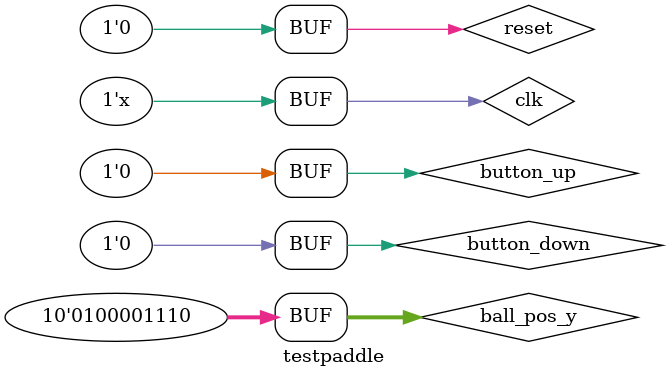
<source format=sv>
`include "../modules/paddles.sv"

`timescale 1ns/1ps
module testpaddle();
	reg clk;
	reg reset;
	reg button_up;
	reg button_down;
	reg [9:0] ball_pos_y;
	reg [9:0] player_paddle;
	reg [9:0] ai_paddle;

	initial
	begin
		clk = 1'b0;
		reset = 1'b1;
		button_up = 1'b0;
		button_down = 1'b0;
		ball_pos_y = 10'd270;
		#54;
		reset = 1'b0;
	end

	paddles paddle_mode(
		.clk(clk),
		.reset(reset),
		.button_up(button_up),
		.button_down(button_down),
		.ball_pos_y(ball_pos_y),
		.player_paddle(player_paddle),
		.ai_paddle(ai_paddle)
	);

	always
	begin
		#54 clk = ~clk;
	end

endmodule

</source>
